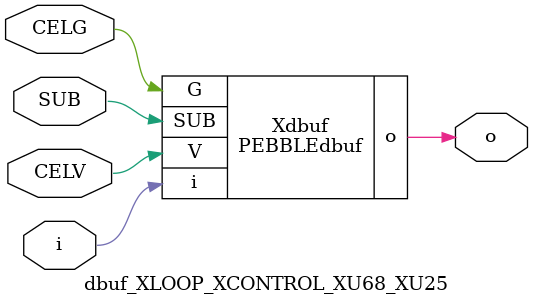
<source format=v>



module PEBBLEdbuf ( o, G, SUB, V, i );

  input V;
  input i;
  input G;
  output o;
  input SUB;
endmodule

//Celera Confidential Do Not Copy dbuf_XLOOP_XCONTROL_XU68_XU25
//Celera Confidential Symbol Generator
//Digital Buffer
module dbuf_XLOOP_XCONTROL_XU68_XU25 (CELV,CELG,i,o,SUB);
input CELV;
input CELG;
input i;
input SUB;
output o;

//Celera Confidential Do Not Copy dbuf
PEBBLEdbuf Xdbuf(
.V (CELV),
.i (i),
.o (o),
.SUB (SUB),
.G (CELG)
);
//,diesize,PEBBLEdbuf

//Celera Confidential Do Not Copy Module End
//Celera Schematic Generator
endmodule

</source>
